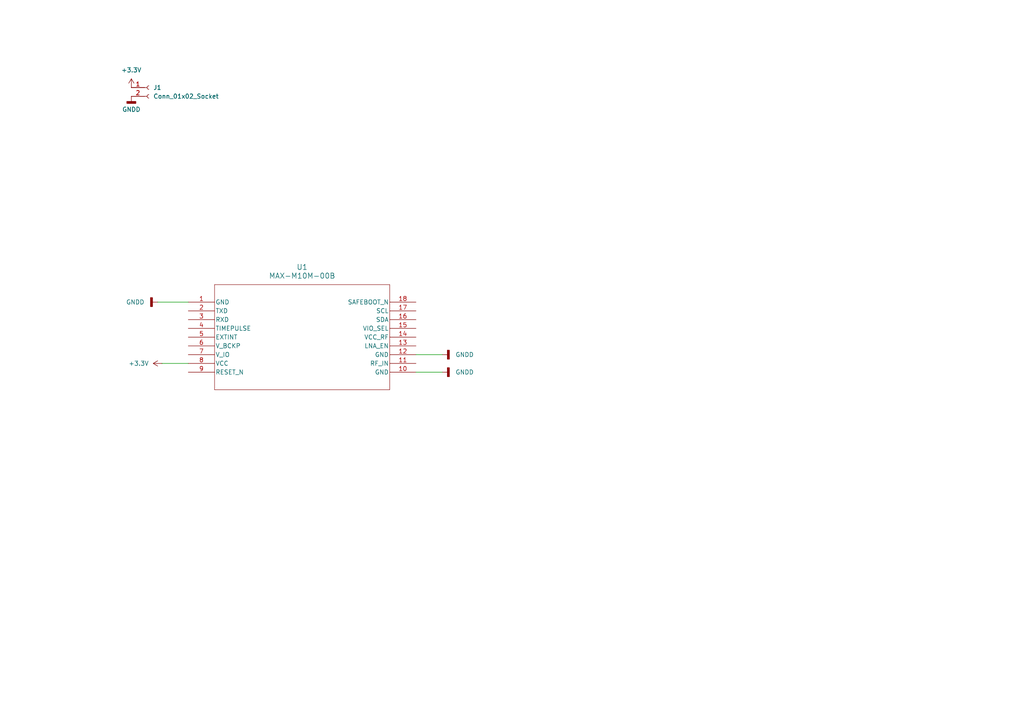
<source format=kicad_sch>
(kicad_sch (version 20231120) (generator "eeschema") (generator_version "8.0")
  (paper "A4")
  (lib_symbols
    (symbol "Connector:Conn_01x02_Socket" (pin_names (offset 1.016) hide)
      (property "Reference" "J" (at 0 2.54 0))
      (property "Value" "Conn_01x02_Socket" (at 0 -5.08 0))
      (symbol "Conn_01x02_Socket_1_1"
        (arc (start 0 -2.032) (mid -0.5058 -2.54) (end 0 -3.048) (stroke (width 0.1524)))
        (polyline (pts (xy -1.27 -2.54) (xy -0.508 -2.54)) (stroke (width 0.1524)))
        (polyline (pts (xy -1.27 0) (xy -0.508 0)) (stroke (width 0.1524)))
        (arc (start 0 0.508) (mid -0.5058 0) (end 0 -0.508) (stroke (width 0.1524)))
        (pin passive line (at -5.08 0 0) (length 3.81) (name "Pin_1") (number "1"))
        (pin passive line (at -5.08 -2.54 0) (length 3.81) (name "Pin_2") (number "2"))
      )
    )
    (symbol "MAX_M10M_00B:MAX-M10M-00B" (pin_names (offset 0.254))
      (property "Reference" "U" (at 33.02 10.16 0))
      (property "Value" "MAX-M10M-00B" (at 33.02 7.62 0))
      (symbol "MAX-M10M-00B_0_1"
        (polyline (pts (xy 7.62 -25.4) (xy 58.42 -25.4)) (stroke (width 0.127)))
        (polyline (pts (xy 7.62 5.08) (xy 7.62 -25.4)) (stroke (width 0.127)))
        (polyline (pts (xy 58.42 -25.4) (xy 58.42 5.08)) (stroke (width 0.127)))
        (polyline (pts (xy 58.42 5.08) (xy 7.62 5.08)) (stroke (width 0.127)))
        (pin power_out line (at 0 0 0) (length 7.62) (name "GND") (number "1"))
        (pin power_out line (at 66.04 -20.32 180) (length 7.62) (name "GND") (number "10"))
        (pin input line (at 66.04 -17.78 180) (length 7.62) (name "RF_IN") (number "11"))
        (pin power_out line (at 66.04 -15.24 180) (length 7.62) (name "GND") (number "12"))
        (pin output line (at 66.04 -12.7 180) (length 7.62) (name "LNA_EN") (number "13"))
        (pin output line (at 66.04 -10.16 180) (length 7.62) (name "VCC_RF") (number "14"))
        (pin input line (at 66.04 -7.62 180) (length 7.62) (name "VIO_SEL") (number "15"))
        (pin bidirectional line (at 66.04 -5.08 180) (length 7.62) (name "SDA") (number "16"))
        (pin input line (at 66.04 -2.54 180) (length 7.62) (name "SCL") (number "17"))
        (pin input line (at 66.04 0 180) (length 7.62) (name "SAFEBOOT_N") (number "18"))
        (pin output line (at 0 -2.54 0) (length 7.62) (name "TXD") (number "2"))
        (pin input line (at 0 -5.08 0) (length 7.62) (name "RXD") (number "3"))
        (pin output line (at 0 -7.62 0) (length 7.62) (name "TIMEPULSE") (number "4"))
        (pin input line (at 0 -10.16 0) (length 7.62) (name "EXTINT") (number "5"))
        (pin power_in line (at 0 -12.7 0) (length 7.62) (name "V_BCKP") (number "6"))
        (pin power_in line (at 0 -15.24 0) (length 7.62) (name "V_IO") (number "7"))
        (pin power_in line (at 0 -17.78 0) (length 7.62) (name "VCC") (number "8"))
        (pin input line (at 0 -20.32 0) (length 7.62) (name "RESET_N") (number "9"))
      )
    )
    (symbol "power:+3.3V" (power) (pin_numbers hide) (pin_names (offset 0) hide)
      (property "Value" "+3.3V" (at 0 3.556 0))
      (symbol "+3.3V_0_1"
        (polyline (pts (xy -0.762 1.27) (xy 0 2.54)))
        (polyline (pts (xy 0 0) (xy 0 2.54)))
        (polyline (pts (xy 0 2.54) (xy 0.762 1.27)))
      )
      (symbol "+3.3V_1_1"
        (pin power_in line (at 0 0 90) (length 0) (name "~") (number "1"))
      )
    )
    (symbol "power:GNDD" (power) (pin_numbers hide) (pin_names (offset 0) hide)
      (property "Value" "GNDD" (at 0 -3.175 0))
      (symbol "GNDD_0_1"
        (rectangle (start -1.27 -1.524) (end 1.27 -2.032) (stroke (width 0.254)) (fill (type outline)))
        (polyline (pts (xy 0 0) (xy 0 -1.524)))
      )
      (symbol "GNDD_1_1"
        (pin power_in line (at 0 0 270) (length 0) (name "~") (number "1"))
      )
    )
  )
  (wire (pts (xy 128.27 102.87) (xy 120.65 102.87)))
  (wire (pts (xy 46.99 105.41) (xy 54.61 105.41)))
  (wire (pts (xy 45.72 87.63) (xy 54.61 87.63)))
  (wire (pts (xy 128.27 107.95) (xy 120.65 107.95)))
  (symbol (lib_id "MAX_M10M_00B:MAX-M10M-00B") (at 54.61 87.63 0) (unit 1)
    (property "Reference" "U1" (at 87.63 77.47 0) (effects (font (size 1.524 1.524))))
    (property "Value" "MAX-M10M-00B" (at 87.63 80.01 0) (effects (font (size 1.524 1.524))))
    (property "Footprint" "MOD18_MAX-M10M_UBL" (effects (hide yes)))
    (property "Datasheet" "MAX-M10M-00B" (effects (hide yes)))
  )
  (symbol (lib_id "power:+3.3V") (at 38.1 25.4 0) (unit 1)
    (property "Reference" "#PWR06" (effects (hide yes)))
    (property "Value" "+3.3V" (at 38.1 20.32 0))
    (property "Description" "Power symbol creates a global label with name \"+3.3V\"" (effects (hide yes)))
  )
  (symbol (lib_id "power:GNDD") (at 38.1 27.94 0) (unit 1)
    (property "Reference" "#PWR05" (effects (hide yes)))
    (property "Value" "GNDD" (at 38.1 31.75 0))
    (property "Description" "Power symbol creates a global label with name \"GNDD\" , digital ground" (effects (hide yes)))
  )
  (symbol (lib_id "Connector:Conn_01x02_Socket") (at 43.18 25.4 0) (unit 1)
    (property "Reference" "J1" (at 44.45 25.3999 0) (effects (justify left)))
    (property "Value" "Conn_01x02_Socket" (at 44.45 27.9399 0) (effects (justify left)))
    (property "Description" "Generic connector, single row, 01x02, script generated" (effects (hide yes)))
  )
  (symbol (lib_id "power:GNDD") (at 128.27 107.95 90) (unit 1)
    (property "Reference" "#PWR02" (effects (hide yes)))
    (property "Value" "GNDD" (at 132.08 107.9499 90) (effects (justify right)))
    (property "Description" "Power symbol creates a global label with name \"GNDD\" , digital ground" (effects (hide yes)))
  )
  (symbol (lib_id "power:GNDD") (at 128.27 102.87 90) (unit 1)
    (property "Reference" "#PWR03" (effects (hide yes)))
    (property "Value" "GNDD" (at 132.08 102.8699 90) (effects (justify right)))
    (property "Description" "Power symbol creates a global label with name \"GNDD\" , digital ground" (effects (hide yes)))
  )
  (symbol (lib_id "power:GNDD") (at 45.72 87.63 270) (unit 1)
    (property "Reference" "#PWR04" (effects (hide yes)))
    (property "Value" "GNDD" (at 41.91 87.6299 90) (effects (justify right)))
    (property "Description" "Power symbol creates a global label with name \"GNDD\" , digital ground" (effects (hide yes)))
  )
  (symbol (lib_id "power:+3.3V") (at 46.99 105.41 90) (unit 1)
    (property "Reference" "#PWR01" (effects (hide yes)))
    (property "Value" "+3.3V" (at 43.18 105.4099 90) (effects (justify left)))
    (property "Description" "Power symbol creates a global label with name \"+3.3V\"" (effects (hide yes)))
  )
)
</source>
